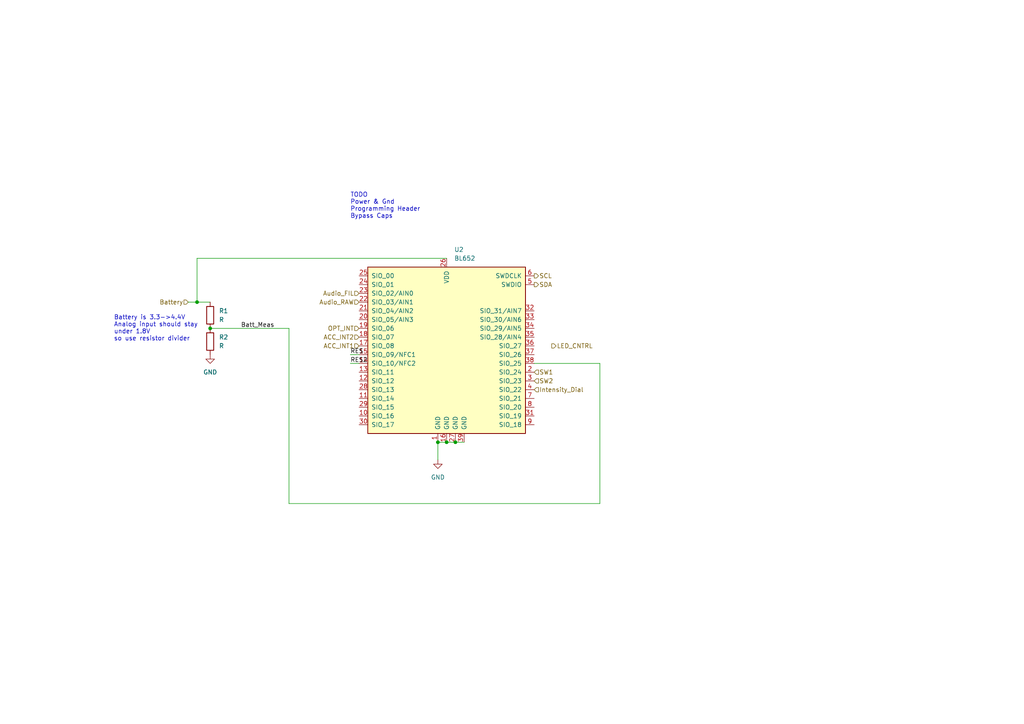
<source format=kicad_sch>
(kicad_sch (version 20230121) (generator eeschema)
  (paper "A4")
  (lib_symbols
    (symbol "Device:R" (pin_numbers hide) (pin_names (offset 0))
      (property "Reference" "R" (at 2.032 0 90))
      (property "Value" "R" (at 0 0 90))
      (symbol "R_0_1"
        (rectangle (start -1.016 -2.54) (end 1.016 2.54) (stroke (width 0.254)))
      )
      (symbol "R_1_1"
        (pin passive line (at 0 3.81 270) (length 1.27) (name "~") (number "1"))
        (pin passive line (at 0 -3.81 90) (length 1.27) (name "~") (number "2"))
      )
    )
    (symbol "RF_Bluetooth:BL652" (pin_names (offset 1.016))
      (property "Reference" "U" (at 0 1.27 0))
      (property "Value" "BL652" (at 0 -1.27 0))
      (symbol "BL652_0_1"
        (rectangle (start 22.86 25.4) (end -22.86 -22.86) (stroke (width 0.254)) (fill (type background)))
      )
      (symbol "BL652_1_1"
        (pin power_in line (at -2.54 -25.4 90) (length 2.54) (name "GND") (number "1"))
        (pin bidirectional line (at -25.4 -17.78 0) (length 2.54) (name "SIO_16") (number "10"))
        (pin bidirectional line (at -25.4 -12.7 0) (length 2.54) (name "SIO_14") (number "11"))
        (pin bidirectional line (at -25.4 -7.62 0) (length 2.54) (name "SIO_12") (number "12"))
        (pin bidirectional line (at -25.4 -5.08 0) (length 2.54) (name "SIO_11") (number "13"))
        (pin bidirectional line (at -25.4 -2.54 0) (length 2.54) (name "SIO_10/NFC2") (number "14"))
        (pin bidirectional line (at -25.4 0 0) (length 2.54) (name "SIO_09/NFC1") (number "15"))
        (pin power_in line (at 0 -25.4 90) (length 2.54) (name "GND") (number "16"))
        (pin bidirectional line (at -25.4 2.54 0) (length 2.54) (name "SIO_08") (number "17"))
        (pin bidirectional line (at -25.4 5.08 0) (length 2.54) (name "SIO_07") (number "18"))
        (pin bidirectional line (at -25.4 7.62 0) (length 2.54) (name "SIO_06") (number "19"))
        (pin bidirectional line (at 25.4 -5.08 180) (length 2.54) (name "SIO_24") (number "2"))
        (pin bidirectional line (at -25.4 10.16 0) (length 2.54) (name "SIO_05/AIN3") (number "20"))
        (pin bidirectional line (at -25.4 12.7 0) (length 2.54) (name "SIO_04/AIN2") (number "21"))
        (pin bidirectional line (at -25.4 15.24 0) (length 2.54) (name "SIO_03/AIN1") (number "22"))
        (pin bidirectional line (at -25.4 17.78 0) (length 2.54) (name "SIO_02/AIN0") (number "23"))
        (pin bidirectional line (at -25.4 20.32 0) (length 2.54) (name "SIO_01") (number "24"))
        (pin bidirectional line (at -25.4 22.86 0) (length 2.54) (name "SIO_00") (number "25"))
        (pin power_in line (at 0 27.94 270) (length 2.54) (name "VDD") (number "26"))
        (pin power_in line (at 2.54 -25.4 90) (length 2.54) (name "GND") (number "27"))
        (pin bidirectional line (at -25.4 -10.16 0) (length 2.54) (name "SIO_13") (number "28"))
        (pin bidirectional line (at -25.4 -15.24 0) (length 2.54) (name "SIO_15") (number "29"))
        (pin bidirectional line (at 25.4 -7.62 180) (length 2.54) (name "SIO_23") (number "3"))
        (pin bidirectional line (at -25.4 -20.32 0) (length 2.54) (name "SIO_17") (number "30"))
        (pin bidirectional line (at 25.4 -17.78 180) (length 2.54) (name "SIO_19") (number "31"))
        (pin bidirectional line (at 25.4 12.7 180) (length 2.54) (name "SIO_31/AIN7") (number "32"))
        (pin bidirectional line (at 25.4 10.16 180) (length 2.54) (name "SIO_30/AIN6") (number "33"))
        (pin bidirectional line (at 25.4 7.62 180) (length 2.54) (name "SIO_29/AIN5") (number "34"))
        (pin bidirectional line (at 25.4 5.08 180) (length 2.54) (name "SIO_28/AIN4") (number "35"))
        (pin bidirectional line (at 25.4 2.54 180) (length 2.54) (name "SIO_27") (number "36"))
        (pin bidirectional line (at 25.4 0 180) (length 2.54) (name "SIO_26") (number "37"))
        (pin bidirectional line (at 25.4 -2.54 180) (length 2.54) (name "SIO_25") (number "38"))
        (pin power_in line (at 5.08 -25.4 90) (length 2.54) (name "GND") (number "39"))
        (pin bidirectional line (at 25.4 -10.16 180) (length 2.54) (name "SIO_22") (number "4"))
        (pin bidirectional line (at 25.4 20.32 180) (length 2.54) (name "SWDIO") (number "5"))
        (pin bidirectional line (at 25.4 22.86 180) (length 2.54) (name "SWDCLK") (number "6"))
        (pin bidirectional line (at 25.4 -12.7 180) (length 2.54) (name "SIO_21") (number "7"))
        (pin bidirectional line (at 25.4 -15.24 180) (length 2.54) (name "SIO_20") (number "8"))
        (pin bidirectional line (at 25.4 -20.32 180) (length 2.54) (name "SIO_18") (number "9"))
      )
    )
    (symbol "power:GND" (power) (pin_names (offset 0))
      (property "Value" "GND" (at 0 -3.81 0))
      (symbol "GND_0_1"
        (polyline (pts (xy 0 0) (xy 0 -1.27) (xy 1.27 -1.27) (xy 0 -2.54) (xy -1.27 -1.27) (xy 0 -1.27)))
      )
      (symbol "GND_1_1"
        (pin power_in line (at 0 0 270) (length 0) hide (name "GND") (number "1"))
      )
    )
  )
  (junction (at 127 128.27))
  (junction (at 60.96 95.25))
  (junction (at 132.08 128.27))
  (junction (at 57.15 87.63))
  (junction (at 129.54 128.27))
  (wire (pts (xy 127 128.27) (xy 129.54 128.27)))
  (wire (pts (xy 132.08 128.27) (xy 134.62 128.27)))
  (wire (pts (xy 127 128.27) (xy 127 133.35)))
  (wire (pts (xy 129.54 128.27) (xy 132.08 128.27)))
  (wire (pts (xy 57.15 74.93) (xy 57.15 87.63)))
  (wire (pts (xy 83.82 146.05) (xy 83.82 95.25)))
  (wire (pts (xy 101.6 102.87) (xy 104.14 102.87)))
  (wire (pts (xy 101.6 105.41) (xy 104.14 105.41)))
  (wire (pts (xy 60.96 95.25) (xy 83.82 95.25)))
  (wire (pts (xy 54.61 87.63) (xy 57.15 87.63)))
  (wire (pts (xy 83.82 146.05) (xy 173.99 146.05)))
  (wire (pts (xy 57.15 74.93) (xy 129.54 74.93)))
  (wire (pts (xy 154.94 105.41) (xy 173.99 105.41)))
  (wire (pts (xy 173.99 105.41) (xy 173.99 146.05)))
  (wire (pts (xy 57.15 87.63) (xy 60.96 87.63)))
  (text "TODO\nPower & Gnd\nProgramming Header\nBypass Caps\n" (at 101.6 63.5 0) (effects (font (size 1.27 1.27)) (justify left bottom)))
  (text "Battery is 3.3->4.4V\nAnalog input should stay \nunder 1.8V \nso use resistor divider" (at 33.02 99.06 0) (effects (font (size 1.27 1.27)) (justify left bottom)))
  (label "Batt_Meas" (at 69.85 95.25 0))
  (label "RES2" (at 101.6 105.41 0))
  (label "RES" (at 101.6 102.87 0))
  (hierarchical_label "SW2" (shape input) (at 154.94 110.49 0))
  (hierarchical_label "Audio_RAW" (shape input) (at 104.14 87.63 180))
  (hierarchical_label "LED_CNTRL" (shape output) (at 160.02 100.33 0))
  (hierarchical_label "Battery" (shape input) (at 54.61 87.63 180))
  (hierarchical_label "OPT_INT" (shape input) (at 104.14 95.25 180))
  (hierarchical_label "SDA" (shape output) (at 154.94 82.55 0))
  (hierarchical_label "ACC_INT1" (shape input) (at 104.14 100.33 180))
  (hierarchical_label "ACC_INT2" (shape input) (at 104.14 97.79 180))
  (hierarchical_label "SW1" (shape input) (at 154.94 107.95 0))
  (hierarchical_label "Audio_FIL" (shape input) (at 104.14 85.09 180))
  (hierarchical_label "SCL" (shape output) (at 154.94 80.01 0))
  (hierarchical_label "Intensity_Dial" (shape input) (at 154.94 113.03 0))
  (symbol (lib_id "Device:R") (at 60.96 91.44 0) (unit 1)
    (property "Reference" "R1" (at 63.5 90.17 0) (effects (justify left)))
    (property "Value" "R" (at 63.5 92.71 0) (effects (justify left)))
    (property "Footprint" "Resistor_SMD:R_0603_1608Metric_Pad0.98x0.95mm_HandSolder" (effects hide))
  )
  (symbol (lib_id "power:GND") (at 60.96 102.87 0) (unit 1)
    (property "Reference" "#PWR09" (effects hide))
    (property "Value" "GND" (at 60.96 107.95 0))
  )
  (symbol (lib_id "Device:R") (at 60.96 99.06 0) (unit 1)
    (property "Reference" "R2" (at 63.5 97.79 0) (effects (justify left)))
    (property "Value" "R" (at 63.5 100.33 0) (effects (justify left)))
    (property "Footprint" "Resistor_SMD:R_0603_1608Metric_Pad0.98x0.95mm_HandSolder" (effects hide))
  )
  (symbol (lib_id "RF_Bluetooth:BL652") (at 129.54 102.87 0) (unit 1)
    (property "Reference" "U2" (at 131.7341 72.39 0) (effects (justify left)))
    (property "Value" "BL652" (at 131.7341 74.93 0) (effects (justify left)))
    (property "Footprint" "RF_Module:Laird_BL652" (effects hide))
    (property "Datasheet" "http://cdn.lairdtech.com/home/brandworld/files/Datasheet%20-%20BL652.pdf" (effects hide))
    (instances (project "VibeLight" (path "" (reference "U2") (unit 1)) (path "" (reference "U3") (unit 1))))
  )
  (symbol (lib_id "power:GND") (at 127 133.35 0) (unit 1)
    (property "Reference" "#PWR010" (effects hide))
    (property "Value" "GND" (at 127 138.43 0))
  )
)
</source>
